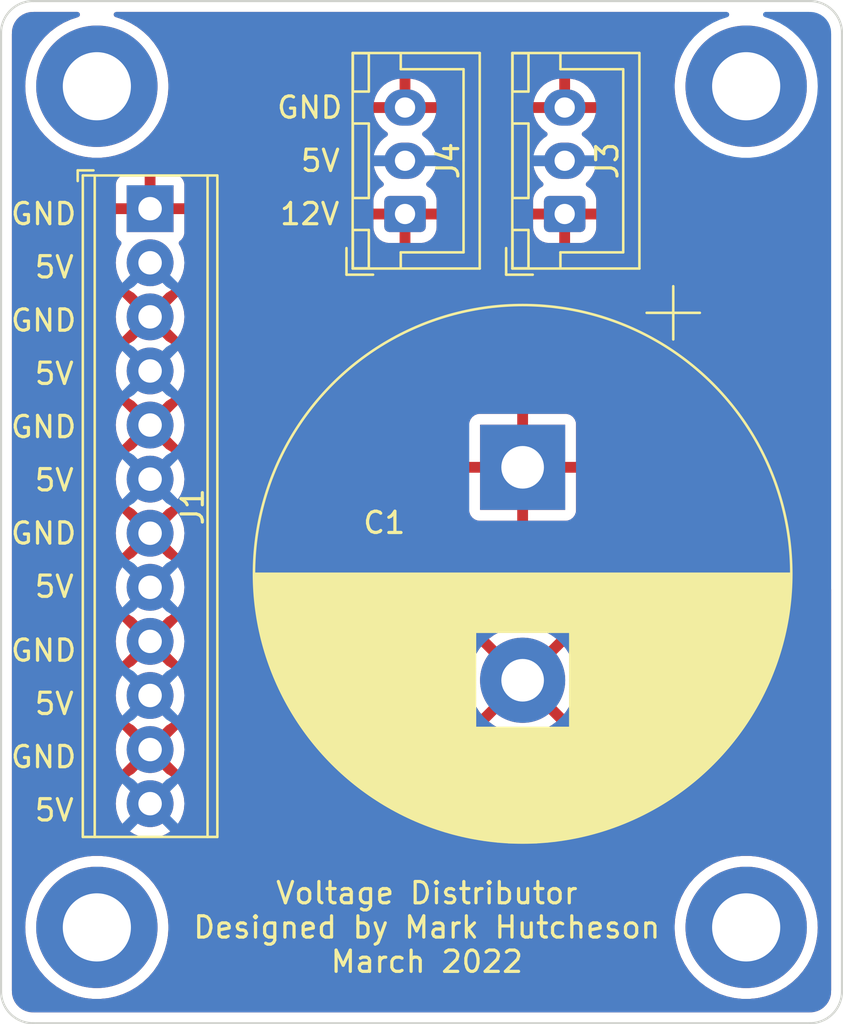
<source format=kicad_pcb>
(kicad_pcb (version 20211014) (generator pcbnew)
  (layers (0 "F.Cu" signal) (31 "B.Cu" signal) (34 "B.Paste" user) (35 "F.Paste" user) (36 "B.SilkS" user "B.Silkscreen") (37 "F.SilkS" user "F.Silkscreen") (38 "B.Mask" user) (39 "F.Mask" user) (44 "Edge.Cuts" user))
  (net 0 "")
  (net 1 "/12V")
  (net 2 "/GND")
  (net 3 "/5V")
  (footprint "MountingHole:MountingHole_3.2mm_M3_ISO7380_Pad" (layer "F.Cu") (at 150 131)
    (fp_text reference "REF**" hide)
    (fp_text value "MountingHole_3.2mm_M3_ISO7380_Pad" hide)
    (pad "1" thru_hole circle locked (at 0 0) (size 5.7 5.7) (drill 3.2) (layers *.Cu *.Mask))
  )
  (footprint "MountingHole:MountingHole_3.2mm_M3_ISO7380_Pad" (layer "F.Cu") (at 119.5 131)
    (fp_text reference "REF**" hide)
    (fp_text value "MountingHole_3.2mm_M3_ISO7380_Pad" hide)
    (pad "1" thru_hole circle locked (at 0 0) (size 5.7 5.7) (drill 3.2) (layers *.Cu *.Mask))
  )
  (footprint "MountingHole:MountingHole_3.2mm_M3_ISO7380_Pad" (layer "F.Cu") (at 150 91.5)
    (fp_text reference "REF**" hide)
    (fp_text value "MountingHole_3.2mm_M3_ISO7380_Pad" hide)
    (pad "1" thru_hole circle locked (at 0 0) (size 5.7 5.7) (drill 3.2) (layers *.Cu *.Mask))
  )
  (footprint "TerminalBlock_Phoenix:TerminalBlock_Phoenix_MPT-0,5-12-2.54_1x12_P2.54mm_Horizontal" (layer "F.Cu") (at 122 97.25 -90)
    (fp_text reference "J1" (at 14 -2 90) (layer "F.SilkS"))
    (fp_text value "Conn_01x12")
    (fp_line (start -1.8 3.4) (end -1.3 3.4) (layer "F.SilkS") (width 0.12))
    (fp_line (start -1.56 -2.7) (end 29.501 -2.7) (layer "F.SilkS") (width 0.12))
    (fp_line (start -1.56 -3.16) (end 29.501 -3.16) (layer "F.SilkS") (width 0.12))
    (fp_line (start -1.56 -3.16) (end -1.56 3.16) (layer "F.SilkS") (width 0.12))
    (fp_line (start 29.501 -3.16) (end 29.501 3.16) (layer "F.SilkS") (width 0.12))
    (fp_line (start -1.56 2.6) (end 29.501 2.6) (layer "F.SilkS") (width 0.12))
    (fp_line (start -1.56 3.16) (end 29.501 3.16) (layer "F.SilkS") (width 0.12))
    (fp_line (start -1.8 2.66) (end -1.8 3.4) (layer "F.SilkS") (width 0.12))
    (pad "1" thru_hole rect locked (at 0 0 270) (size 2.2 2.2) (drill 1.1) (layers *.Cu *.Mask) (net 2 "/GND"))
    (pad "2" thru_hole circle locked (at 2.54 0 270) (size 2.2 2.2) (drill 1.1) (layers *.Cu *.Mask) (net 3 "/5V"))
    (pad "3" thru_hole circle locked (at 5.08 0 270) (size 2.2 2.2) (drill 1.1) (layers *.Cu *.Mask) (net 2 "/GND"))
    (pad "4" thru_hole circle locked (at 7.62 0 270) (size 2.2 2.2) (drill 1.1) (layers *.Cu *.Mask) (net 3 "/5V"))
    (pad "5" thru_hole circle locked (at 10.16 0 270) (size 2.2 2.2) (drill 1.1) (layers *.Cu *.Mask) (net 2 "/GND"))
    (pad "6" thru_hole circle locked (at 12.7 0 270) (size 2.2 2.2) (drill 1.1) (layers *.Cu *.Mask) (net 3 "/5V"))
    (pad "7" thru_hole circle locked (at 15.24 0 270) (size 2.2 2.2) (drill 1.1) (layers *.Cu *.Mask) (net 2 "/GND"))
    (pad "8" thru_hole circle locked (at 17.78 0 270) (size 2.2 2.2) (drill 1.1) (layers *.Cu *.Mask) (net 3 "/5V"))
    (pad "9" thru_hole circle locked (at 20.32 0 270) (size 2.2 2.2) (drill 1.1) (layers *.Cu *.Mask) (net 2 "/GND"))
    (pad "10" thru_hole circle locked (at 22.86 0 270) (size 2.2 2.2) (drill 1.1) (layers *.Cu *.Mask) (net 3 "/5V"))
    (pad "11" thru_hole circle locked (at 25.4 0 270) (size 2.2 2.2) (drill 1.1) (layers *.Cu *.Mask) (net 2 "/GND"))
    (pad "12" thru_hole circle locked (at 27.94 0 270) (size 2.2 2.2) (drill 1.1) (layers *.Cu *.Mask) (net 3 "/5V"))
  )
  (footprint "Capacitor_THT:CP_Radial_D25.0mm_P10.00mm_SnapIn" (layer "F.Cu") (at 139.5 109.39463 -90)
    (fp_text reference "C1" (at 2.60537 6.5 180) (layer "F.SilkS"))
    (fp_text value "C")
    (fp_line (start 14.24 -8.556) (end 14.24 8.556) (layer "F.SilkS") (width 0.12))
    (fp_line (start 13.4 -9.379) (end 13.4 9.379) (layer "F.SilkS") (width 0.12))
    (fp_line (start 14.12 -8.683) (end 14.12 8.683) (layer "F.SilkS") (width 0.12))
    (fp_line (start 8.601 2.24) (end 8.601 12.056) (layer "F.SilkS") (width 0.12))
    (fp_line (start 7.801 -12.266) (end 7.801 -2.24) (layer "F.SilkS") (width 0.12))
    (fp_line (start 8.841 2.24) (end 8.841 11.982) (layer "F.SilkS") (width 0.12))
    (fp_line (start 8.641 2.24) (end 8.641 12.044) (layer "F.SilkS") (width 0.12))
    (fp_line (start 17.36 -2.509) (end 17.36 2.509) (layer "F.SilkS") (width 0.12))
    (fp_line (start 12.641 -10.005) (end 12.641 10.005) (layer "F.SilkS") (width 0.12))
    (fp_line (start 16.6 -4.931) (end 16.6 4.931) (layer "F.SilkS") (width 0.12))
    (fp_line (start 6.721 -12.463) (end 6.721 12.463) (layer "F.SilkS") (width 0.12))
    (fp_line (start 8.561 2.24) (end 8.561 12.068) (layer "F.SilkS") (width 0.12))
    (fp_line (start 13.28 -9.484) (end 13.28 9.484) (layer "F.SilkS") (width 0.12))
    (fp_line (start 8.761 -12.007) (end 8.761 -2.24) (layer "F.SilkS") (width 0.12))
    (fp_line (start 9.681 -11.681) (end 9.681 -2.24) (layer "F.SilkS") (width 0.12))
    (fp_line (start 6.801 -12.451) (end 6.801 12.451) (layer "F.SilkS") (width 0.12))
    (fp_line (start 11.041 2.24) (end 11.041 11.041) (layer "F.SilkS") (width 0.12))
    (fp_line (start 11.121 -10.997) (end 11.121 -2.24) (layer "F.SilkS") (width 0.12))
    (fp_line (start 9.721 -11.665) (end 9.721 -2.24) (layer "F.SilkS") (width 0.12))
    (fp_line (start 9.161 -11.875) (end 9.161 -2.24) (layer "F.SilkS") (width 0.12))
    (fp_line (start 5.52 -12.57) (end 5.52 12.57) (layer "F.SilkS") (width 0.12))
    (fp_line (start 10.041 2.24) (end 10.041 11.53) (layer "F.SilkS") (width 0.12))
    (fp_line (start 16.8 -4.435) (end 16.8 4.435) (layer "F.SilkS") (width 0.12))
    (fp_line (start 12.001 -10.461) (end 12.001 -2.24) (layer "F.SilkS") (width 0.12))
    (fp_line (start 13.6 -9.197) (end 13.6 9.197) (layer "F.SilkS") (width 0.12))
    (fp_line (start 12.121 -10.38) (end 12.121 -2.24) (layer "F.SilkS") (width 0.12))
    (fp_line (start 8.321 2.24) (end 8.321 12.136) (layer "F.SilkS") (width 0.12))
    (fp_line (start -7.254259 -8.325) (end -7.254259 -5.825) (layer "F.SilkS") (width 0.12))
    (fp_line (start 5.761 -12.558) (end 5.761 12.558) (layer "F.SilkS") (width 0.12))
    (fp_line (start 5.44 -12.573) (end 5.44 12.573) (layer "F.SilkS") (width 0.12))
    (fp_line (start 11.081 -11.019) (end 11.081 -2.24) (layer "F.SilkS") (width 0.12))
    (fp_line (start 8.281 2.24) (end 8.281 12.147) (layer "F.SilkS") (width 0.12))
    (fp_line (start 11.201 -10.953) (end 11.201 -2.24) (layer "F.SilkS") (width 0.12))
    (fp_line (start 7.201 -12.387) (end 7.201 12.387) (layer "F.SilkS") (width 0.12))
    (fp_line (start 17.08 -3.613) (end 17.08 3.613) (layer "F.SilkS") (width 0.12))
    (fp_line (start 6.921 -12.434) (end 6.921 12.434) (layer "F.SilkS") (width 0.12))
    (fp_line (start 6.601 -12.479) (end 6.601 12.479) (layer "F.SilkS") (width 0.12))
    (fp_line (start 16.76 -4.539) (end 16.76 4.539) (layer "F.SilkS") (width 0.12))
    (fp_line (start 14 -8.807) (end 14 8.807) (layer "F.SilkS") (width 0.12))
    (fp_line (start 10.921 -11.106) (end 10.921 -2.24) (layer "F.SilkS") (width 0.12))
    (fp_line (start 9.321 -11.818) (end 9.321 -2.24) (layer "F.SilkS") (width 0.12))
    (fp_line (start 8.641 -12.044) (end 8.641 -2.24) (layer "F.SilkS") (width 0.12))
    (fp_line (start 10.481 2.24) (end 10.481 11.329) (layer "F.SilkS") (width 0.12))
    (fp_line (start 9.481 -11.759) (end 9.481 -2.24) (layer "F.SilkS") (width 0.12))
    (fp_line (start 11.561 2.24) (end 11.561 10.742) (layer "F.SilkS") (width 0.12))
    (fp_line (start 6.321 -12.511) (end 6.321 12.511) (layer "F.SilkS") (width 0.12))
    (fp_line (start 5.28 -12.577) (end 5.28 12.577) (layer "F.SilkS") (width 0.12))
    (fp_line (start 11.441 -10.814) (end 11.441 -2.24) (layer "F.SilkS") (width 0.12))
    (fp_line (start 16.12 -5.928) (end 16.12 5.928) (layer "F.SilkS") (width 0.12))
    (fp_line (start 14.6 -8.152) (end 14.6 8.152) (layer "F.SilkS") (width 0.12))
    (fp_line (start 13.161 -9.587) (end 13.161 9.587) (layer "F.SilkS") (width 0.12))
    (fp_line (start 6.961 -12.427) (end 6.961 12.427) (layer "F.SilkS") (width 0.12))
    (fp_line (start 16.36 -5.457) (end 16.36 5.457) (layer "F.SilkS") (width 0.12))
    (fp_line (start 9.961 2.24) (end 9.961 11.565) (layer "F.SilkS") (width 0.12))
    (fp_line (start 12.321 -10.241) (end 12.321 10.241) (layer "F.SilkS") (width 0.12))
    (fp_line (start 11.001 2.24) (end 11.001 11.063) (layer "F.SilkS") (width 0.12))
    (fp_line (start 10.601 -11.27) (end 10.601 -2.24) (layer "F.SilkS") (width 0.12))
    (fp_line (start 9.041 2.24) (end 9.041 11.916) (layer "F.SilkS") (width 0.12))
    (fp_line (start 9.401 2.24) (end 9.401 11.789) (layer "F.SilkS") (width 0.12))
    (fp_line (start 10.881 -11.127) (end 10.881 -2.24) (layer "F.SilkS") (width 0.12))
    (fp_line (start 5.16 -12.579) (end 5.16 12.579) (layer "F.SilkS") (width 0.12))
    (fp_line (start 5.721 -12.56) (end 5.721 12.56) (layer "F.SilkS") (width 0.12))
    (fp_line (start 11.761 -10.617) (end 11.761 -2.24) (layer "F.SilkS") (width 0.12))
    (fp_line (start 15.76 -6.555) (end 15.76 6.555) (layer "F.SilkS") (width 0.12))
    (fp_line (start 10.081 2.24) (end 10.081 11.513) (layer "F.SilkS") (width 0.12))
    (fp_line (start 10.681 2.24) (end 10.681 11.23) (layer "F.SilkS") (width 0.12))
    (fp_line (start 13.96 -8.848) (end 13.96 8.848) (layer "F.SilkS") (width 0.12))
    (fp_line (start 8.041 2.24) (end 8.041 12.209) (layer "F.SilkS") (width 0.12))
    (fp_line (start 8.081 2.24) (end 8.081 12.199) (layer "F.SilkS") (width 0.12))
    (fp_line (start 8.161 -12.178) (end 8.161 -2.24) (layer "F.SilkS") (width 0.12))
    (fp_line (start 11.601 -10.717) (end 11.601 -2.24) (layer "F.SilkS") (width 0.12))
    (fp_line (start 17.4 -2.307) (end 17.4 2.307) (layer "F.SilkS") (width 0.12))
    (fp_line (start 7.321 -12.365) (end 7.321 12.365) (layer "F.SilkS") (width 0.12))
    (fp_line (start 7.001 -12.421) (end 7.001 12.421) (layer "F.SilkS") (width 0.12))
    (fp_line (start 10.561 2.24) (end 10.561 11.29) (layer "F.SilkS") (width 0.12))
    (fp_line (start 11.881 -10.54) (end 11.881 -2.24) (layer "F.SilkS") (width 0.12))
    (fp_line (start 17 -3.867) (end 17 3.867) (layer "F.SilkS") (width 0.12))
    (fp_line (start 9.281 2.24) (end 9.281 11.833) (layer "F.SilkS") (width 0.12))
    (fp_line (start 11.921 2.24) (end 11.921 10.514) (layer "F.SilkS") (width 0.12))
    (fp_line (start 10.681 -11.23) (end 10.681 -2.24) (layer "F.SilkS") (width 0.12))
    (fp_line (start 10.881 2.24) (end 10.881 11.127) (layer "F.SilkS") (width 0.12))
    (fp_line (start 15.68 -6.684) (end 15.68 6.684) (layer "F.SilkS") (width 0.12))
    (fp_line (start 10.521 2.24) (end 10.521 11.309) (layer "F.SilkS") (width 0.12))
    (fp_line (start 8.681 2.24) (end 8.681 12.032) (layer "F.SilkS") (width 0.12))
    (fp_line (start 9.441 -11.774) (end 9.441 -2.24) (layer "F.SilkS") (width 0.12))
    (fp_line (start 16.68 -4.74) (end 16.68 4.74) (layer "F.SilkS") (width 0.12))
    (fp_line (start 5.12 -12.58) (end 5.12 12.58) (layer "F.SilkS") (width 0.12))
    (fp_line (start 12.761 -9.913) (end 12.761 9.913) (layer "F.SilkS") (width 0.12))
    (fp_line (start 14.44 -8.336) (end 14.44 8.336) (layer "F.SilkS") (width 0.12))
    (fp_line (start 9.081 -11.903) (end 9.081 -2.24) (layer "F.SilkS") (width 0.12))
    (fp_line (start 16.72 -4.641) (end 16.72 4.641) (layer "F.SilkS") (width 0.12))
    (fp_line (start 9.201 2.24) (end 9.201 11.861) (layer "F.SilkS") (width 0.12))
    (fp_line (start 10.961 2.24) (end 10.961 11.084) (layer "F.SilkS") (width 0.12))
    (fp_line (start 10.361 2.24) (end 10.361 11.386) (layer "F.SilkS") (width 0.12))
    (fp_line (start 10.561 -11.29) (end 10.561 -2.24) (layer "F.SilkS") (width 0.12))
    (fp_line (start 10.281 -11.423) (end 10.281 -2.24) (layer "F.SilkS") (width 0.12))
    (fp_line (start 17.52 -1.546) (end 17.52 1.546) (layer "F.SilkS") (width 0.12))
    (fp_line (start 13.76 -9.045) (end 13.76 9.045) (layer "F.SilkS") (width 0.12))
    (fp_line (start 8.521 -12.08) (end 8.521 -2.24) (layer "F.SilkS") (width 0.12))
    (fp_line (start 15.4 -7.109) (end 15.4 7.109) (layer "F.SilkS") (width 0.12))
    (fp_line (start 11.641 2.24) (end 11.641 10.692) (layer "F.SilkS") (width 0.12))
    (fp_line (start 10.321 2.24) (end 10.321 11.404) (layer "F.SilkS") (width 0.12))
    (fp_line (start 8.241 2.24) (end 8.241 12.157) (layer "F.SilkS") (width 0.12))
    (fp_line (start 9.441 2.24) (end 9.441 11.774) (layer "F.SilkS") (width 0.12))
    (fp_line (start 9.921 -11.582) (end 9.921 -2.24) (layer "F.SilkS") (width 0.12))
    (fp_line (start 6.241 -12.519) (end 6.241 12.519) (layer "F.SilkS") (width 0.12))
    (fp_line (start 15.16 -7.446) (end 15.16 7.446) (layer "F.SilkS") (width 0.12))
    (fp_line (start 10.761 -11.189) (end 10.761 -2.24) (layer "F.SilkS") (width 0.12))
    (fp_line (start 9.041 -11.916) (end 9.041 -2.24) (layer "F.SilkS") (width 0.12))
    (fp_line (start 5.841 -12.553) (end 5.841 12.553) (layer "F.SilkS") (width 0.12))
    (fp_line (start 14.64 -8.105) (end 14.64 8.105) (layer "F.SilkS") (width 0.12))
    (fp_line (start 9.121 2.24) (end 9.121 11.889) (layer "F.SilkS") (width 0.12))
    (fp_line (start 10.401 -11.367) (end 10.401 -2.24) (layer "F.SilkS") (width 0.12))
    (fp_line (start 17.32 -2.696) (end 17.32 2.696) (layer "F.SilkS") (width 0.12))
    (fp_line (start 10.241 2.24) (end 10.241 11.441) (layer "F.SilkS") (width 0.12))
    (fp_line (start 9.641 2.24) (end 9.641 11.697) (layer "F.SilkS") (width 0.12))
    (fp_line (start 10.641 -11.25) (end 10.641 -2.24) (layer "F.SilkS") (width 0.12))
    (fp_line (start 13.2 -9.553) (end 13.2 9.553) (layer "F.SilkS") (width 0.12))
    (fp_line (start 12.081 2.24) (end 12.081 10.407) (layer "F.SilkS") (width 0.12))
    (fp_line (start 11.081 2.24) (end 11.081 11.019) (layer "F.SilkS") (width 0.12))
    (fp_line (start 7.481 -12.334) (end 7.481 12.334) (layer "F.SilkS") (width 0.12))
    (fp_line (start 16.48 -5.202) (end 16.48 5.202) (layer "F.SilkS") (width 0.12))
    (fp_line (start 10.121 -11.495) (end 10.121 -2.24) (layer "F.SilkS") (width 0.12))
    (fp_line (start 5.24 -12.578) (end 5.24 12.578) (layer "F.SilkS") (width 0.12))
    (fp_line (start 9.761 2.24) (end 9.761 11.648) (layer "F.SilkS") (width 0.12))
    (fp_line (start 7.881 -12.247) (end 7.881 -2.24) (layer "F.SilkS") (width 0.12))
    (fp_line (start 8.881 -11.969) (end 8.881 -2.24) (layer "F.SilkS") (width 0.12))
    (fp_line (start 13.92 -8.888) (end 13.92 8.888) (layer "F.SilkS") (width 0.12))
    (fp_line (start 12.561 -10.065) (end 12.561 10.065) (layer "F.SilkS") (width 0.12))
    (fp_line (start 8.521 2.24) (end 8.521 12.08) (layer "F.SilkS") (width 0.12))
    (fp_line (start 14.36 -8.425) (end 14.36 8.425) (layer "F.SilkS") (width 0.12))
    (fp_line (start 8.481 2.24) (end 8.481 12.091) (layer "F.SilkS") (width 0.12))
    (fp_line (start 16.56 -5.023) (end 16.56 5.023) (layer "F.SilkS") (width 0.12))
    (fp_line (start 5 -12.581) (end 5 12.581) (layer "F.SilkS") (width 0.12))
    (fp_line (start 13.041 -9.688) (end 13.041 9.688) (layer "F.SilkS") (width 0.12))
    (fp_line (start 13.44 -9.343) (end 13.44 9.343) (layer "F.SilkS") (width 0.12))
    (fp_line (start 11.601 2.24) (end 11.601 10.717) (layer "F.SilkS") (width 0.12))
    (fp_line (start 5.64 -12.564) (end 5.64 12.564) (layer "F.SilkS") (width 0.12))
    (fp_line (start 10.761 2.24) (end 10.761 11.189) (layer "F.SilkS") (width 0.12))
    (fp_line (start 12.721 -9.944) (end 12.721 9.944) (layer "F.SilkS") (width 0.12))
    (fp_line (start 8.841 -11.982) (end 8.841 -2.24) (layer "F.SilkS") (width 0.12))
    (fp_line (start 12.961 -9.753) (end 12.961 9.753) (layer "F.SilkS") (width 0.12))
    (fp_line (start 9.241 -11.847) (end 9.241 -2.24) (layer "F.SilkS") (width 0.12))
    (fp_line (start 9.761 -11.648) (end 9.761 -2.24) (layer "F.SilkS") (width 0.12))
    (fp_line (start 8.721 -12.02) (end 8.721 -2.24) (layer "F.SilkS") (width 0.12))
    (fp_line (start 5.68 -12.562) (end 5.68 12.562) (layer "F.SilkS") (width 0.12))
    (fp_line (start 15.04 -7.607) (end 15.04 7.607) (layer "F.SilkS") (width 0.12))
    (fp_line (start 15.32 -7.224) (end 15.32 7.224) (layer "F.SilkS") (width 0.12))
    (fp_line (start 12.161 -10.353) (end 12.161 -2.24) (layer "F.SilkS") (width 0.12))
    (fp_line (start 9.961 -11.565) (end 9.961 -2.24) (layer "F.SilkS") (width 0.12))
    (fp_line (start 13.68 -9.121) (end 13.68 9.121) (layer "F.SilkS") (width 0.12))
    (fp_line (start 5.04 -12.58) (end 5.04 12.58) (layer "F.SilkS") (width 0.12))
    (fp_line (start 16.24 -5.699) (end 16.24 5.699) (layer "F.SilkS") (width 0.12))
    (fp_line (start 14.84 -7.862) (end 14.84 7.862) (layer "F.SilkS") (width 0.12))
    (fp_line (start 9.521 -11.743) (end 9.521 -2.24) (layer "F.SilkS") (width 0.12))
    (fp_line (start 17.24 -3.034) (end 17.24 3.034) (layer "F.SilkS") (width 0.12))
    (fp_line (start 11.801 2.24) (end 11.801 10.592) (layer "F.SilkS") (width 0.12))
    (fp_line (start 10.321 -11.404) (end 10.321 -2.24) (layer "F.SilkS") (width 0.12))
    (fp_line (start 7.121 -12.401) (end 7.121 12.401) (layer "F.SilkS") (width 0.12))
    (fp_line (start 16.16 -5.853) (end 16.16 5.853) (layer "F.SilkS") (width 0.12))
    (fp_line (start 14.72 -8.009) (end 14.72 8.009) (layer "F.SilkS") (width 0.12))
    (fp_line (start 7.961 -12.228) (end 7.961 -2.24) (layer "F.SilkS") (width 0.12))
    (fp_line (start 8.601 -12.056) (end 8.601 -2.24) (layer "F.SilkS") (width 0.12))
    (fp_line (start 11.841 -10.566) (end 11.841 -2.24) (layer "F.SilkS") (width 0.12))
    (fp_line (start 7.841 2.24) (end 7.841 12.257) (layer "F.SilkS") (width 0.12))
    (fp_line (start 7.241 -12.38) (end 7.241 12.38) (layer "F.SilkS") (width 0.12))
    (fp_line (start 10.201 2.24) (end 10.201 11.459) (layer "F.SilkS") (width 0.12))
    (fp_line (start 14.52 -8.245) (end 14.52 8.245) (layer "F.SilkS") (width 0.12))
    (fp_line (start 9.401 -11.789) (end 9.401 -2.24) (layer "F.SilkS") (width 0.12))
    (fp_line (start 8.681 -12.032) (end 8.681 -2.24) (layer "F.SilkS") (width 0.12))
    (fp_line (start 6.681 -12.468) (end 6.681 12.468) (layer "F.SilkS") (width 0.12))
    (fp_line (start 8.481 -12.091) (end 8.481 -2.24) (layer "F.SilkS") (width 0.12))
    (fp_line (start 11.481 -10.79) (end 11.481 -2.24) (layer "F.SilkS") (width 0.12))
    (fp_line (start 11.641 -10.692) (end 11.641 -2.24) (layer "F.SilkS") (width 0.12))
    (fp_line (start 6.841 -12.446) (end 6.841 12.446) (layer "F.SilkS") (width 0.12))
    (fp_line (start 9.561 2.24) (end 9.561 11.728) (layer "F.SilkS") (width 0.12))
    (fp_line (start 5.48 -12.571) (end 5.48 12.571) (layer "F.SilkS") (width 0.12))
    (fp_line (start 14.96 -7.711) (end 14.96 7.711) (layer "F.SilkS") (width 0.12))
    (fp_line (start 8.041 -12.209) (end 8.041 -2.24) (layer "F.SilkS") (width 0.12))
    (fp_line (start 16.4 -5.374) (end 16.4 5.374) (layer "F.SilkS") (width 0.12))
    (fp_line (start 12.241 -10.297) (end 12.241 10.297) (layer "F.SilkS") (width 0.12))
    (fp_line (start 7.681 -12.293) (end 7.681 12.293) (layer "F.SilkS") (width 0.12))
    (fp_line (start 15.64 -6.747) (end 15.64 6.747) (layer "F.SilkS") (width 0.12))
    (fp_line (start 8.081 -12.199) (end 8.081 -2.24) (layer "F.SilkS") (width 0.12))
    (fp_line (start 9.641 -11.697) (end 9.641 -2.24) (layer "F.SilkS") (width 0.12))
    (fp_line (start 8.401 2.24) (end 8.401 12.114) (layer "F.SilkS") (width 0.12))
    (fp_line (start 9.001 2.24) (end 9.001 11.93) (layer "F.SilkS") (width 0.12))
    (fp_line (start 8.441 -12.103) (end 8.441 -2.24) (layer "F.SilkS") (width 0.12))
    (fp_line (start 16.92 -4.105) (end 16.92 4.105) (layer "F.SilkS") (width 0.12))
    (fp_line (start 7.441 -12.342) (end 7.441 12.342) (layer "F.SilkS") (width 0.12))
    (fp_line (start 11.281 2.24) (end 11.281 10.907) (layer "F.SilkS") (width 0.12))
    (fp_line (start 9.201 -11.861) (end 9.201 -2.24) (layer "F.SilkS") (width 0.12))
    (fp_line (start 5.2 -12.579) (end 5.2 12.579) (layer "F.SilkS") (width 0.12))
    (fp_line (start 16.44 -5.289) (end 16.44 5.289) (layer "F.SilkS") (width 0.12))
    (fp_line (start 13.36 -9.414) (end 13.36 9.414) (layer "F.SilkS") (width 0.12))
    (fp_line (start 11.961 -10.488) (end 11.961 -2.24) (layer "F.SilkS") (width 0.12))
    (fp_line (start 6.401 -12.503) (end 6.401 12.503) (layer "F.SilkS") (width 0.12))
    (fp_line (start 12.681 -9.975) (end 12.681 9.975) (layer "F.SilkS") (width 0.12))
    (fp_line (start 10.441 -11.348) (end 10.441 -2.24) (layer "F.SilkS") (width 0.12))
    (fp_line (start 7.161 -12.394) (end 7.161 12.394) (layer "F.SilkS") (width 0.12))
    (fp_line (start 15.56 -6.871) (end 15.56 6.871) (layer "F.SilkS") (width 0.12))
    (fp_line (start 15.6 -6.809) (end 15.6 6.809) (layer "F.SilkS") (width 0.12))
    (fp_line (start 17.56 -1.19) (end 17.56 1.19) (layer "F.SilkS") (width 0.12))
    (fp_line (start 8.881 2.24) (end 8.881 11.969) (layer "F.SilkS") (width 0.12))
    (fp_line (start 14.56 -8.199) (end 14.56 8.199) (layer "F.SilkS") (width 0.12))
    (fp_line (start 7.881 2.24) (end 7.881 12.247) (layer "F.SilkS") (width 0.12))
    (fp_line (start 5.801 -12.555) (end 5.801 12.555) (layer "F.SilkS") (width 0.12))
    (fp_line (start 5.961 -12.544) (end 5.961 12.544) (layer "F.SilkS") (width 0.12))
    (fp_line (start 10.201 -11.459) (end 10.201 -2.24) (layer "F.SilkS") (width 0.12))
    (fp_line (start 9.801 -11.632) (end 9.801 -2.24) (layer "F.SilkS") (width 0.12))
    (fp_line (start 10.721 2.24) (end 10.721 11.21) (layer "F.SilkS") (width 0.12))
    (fp_line (start 8.121 -12.189) (end 8.121 -2.24) (layer "F.SilkS") (width 0.12))
    (fp_line (start 10.841 2.24) (end 10.841 11.148) (layer "F.SilkS") (width 0.12))
    (fp_line (start 15.24 -7.337) (end 15.24 7.337) (layer "F.SilkS") (width 0.12))
    (fp_line (start 8.361 -12.125) (end 8.361 -2.24) (layer "F.SilkS") (width 0.12))
    (fp_line (start 15.92 -6.286) (end 15.92 6.286) (layer "F.SilkS") (width 0.12))
    (fp_line (start 17.6 -0.671) (end 17.6 0.671) (layer "F.SilkS") (width 0.12))
    (fp_line (start 13.88 -8.928) (end 13.88 8.928) (layer "F.SilkS") (width 0.12))
    (fp_line (start 9.161 2.24) (end 9.161 11.875) (layer "F.SilkS") (width 0.12))
    (fp_line (start 14.76 -7.961) (end 14.76 7.961) (layer "F.SilkS") (width 0.12))
    (fp_line (start 8.241 -12.157) (end 8.241 -2.24) (layer "F.SilkS") (width 0.12))
    (fp_line (start 11.961 2.24) (end 11.961 10.488) (layer "F.SilkS") (width 0.12))
    (fp_line (start 9.121 -11.889) (end 9.121 -2.24) (layer "F.SilkS") (width 0.12))
    (fp_line (start 6.161 -12.527) (end 6.161 12.527) (layer "F.SilkS") (width 0.12))
    (fp_line (start 5.32 -12.576) (end 5.32 12.576) (layer "F.SilkS") (width 0.12))
    (fp_line (start 9.601 -11.712) (end 9.601 -2.24) (layer "F.SilkS") (width 0.12))
    (fp_line (start 14.08 -8.725) (end 14.08 8.725) (layer "F.SilkS") (width 0.12))
    (fp_line (start 9.841 -11.615) (end 9.841 -2.24) (layer "F.SilkS") (width 0.12))
    (fp_line (start 8.961 2.24) (end 8.961 11.943) (layer "F.SilkS") (width 0.12))
    (fp_line (start 12.001 2.24) (end 12.001 10.461) (layer "F.SilkS") (width 0.12))
    (fp_line (start 8.441 2.24) (end 8.441 12.103) (layer "F.SilkS") (width 0.12))
    (fp_line (start 14.92 -7.762) (end 14.92 7.762) (layer "F.SilkS") (width 0.12))
    (fp_line (start 13.121 -9.621) (end 13.121 9.621) (layer "F.SilkS") (width 0.12))
    (fp_line (start 7.641 -12.301) (end 7.641 12.301) (layer "F.SilkS") (width 0.12))
    (fp_line (start 5.881 -12.55) (end 5.881 12.55) (layer "F.SilkS") (width 0.12))
    (fp_line (start 7.561 -12.318) (end 7.561 12.318) (layer "F.SilkS") (width 0.12))
    (fp_line (start 10.841 -11.148) (end 10.841 -2.24) (layer "F.SilkS") (width 0.12))
    (fp_line (start 8.801 2.24) (end 8.801 11.995) (layer "F.SilkS") (width 0.12))
    (fp_line (start 10.121 2.24) (end 10.121 11.495) (layer "F.SilkS") (width 0.12))
    (fp_line (start 8.281 -12.147) (end 8.281 -2.24) (layer "F.SilkS") (width 0.12))
    (fp_line (start 11.121 2.24) (end 11.121 10.997) (layer "F.SilkS") (width 0.12))
    (fp_line (start 12.921 -9.786) (end 12.921 9.786) (layer "F.SilkS") (width 0.12))
    (fp_line (start 5.4 -12.574) (end 5.4 12.574) (layer "F.SilkS") (width 0.12))
    (fp_line (start 11.361 2.24) (end 11.361 10.861) (layer "F.SilkS") (width 0.12))
    (fp_line (start 11.201 2.24) (end 11.201 10.953) (layer "F.SilkS") (width 0.12))
    (fp_line (start 12.161 2.24) (end 12.161 10.353) (layer "F.SilkS") (width 0.12))
    (fp_line (start 17.12 -3.478) (end 17.12 3.478) (layer "F.SilkS") (width 0.12))
    (fp_line (start 12.801 -9.881) (end 12.801 9.881) (layer "F.SilkS") (width 0.12))
    (fp_line (start 11.321 -10.884) (end 11.321 -2.24) (layer "F.SilkS") (width 0.12))
    (fp_line (start 6.481 -12.493) (end 6.481 12.493) (layer "F.SilkS") (width 0.12))
    (fp_line (start 12.041 -10.434) (end 12.041 -2.24) (layer "F.SilkS") (width 0.12))
    (fp_line (start 11.761 2.24) (end 11.761 10.617) (layer "F.SilkS") (width 0.12))
    (fp_line (start 7.841 -12.257) (end 7.841 -2.24) (layer "F.SilkS") (width 0.12))
    (fp_line (start 7.921 -12.238) (end 7.921 -2.24) (layer "F.SilkS") (width 0.12))
    (fp_line (start 6.281 -12.515) (end 6.281 12.515) (layer "F.SilkS") (width 0.12))
    (fp_line (start 17.16 -3.337) (end 17.16 3.337) (layer "F.SilkS") (width 0.12))
    (fp_line (start 10.241 -11.441) (end 10.241 -2.24) (layer "F.SilkS") (width 0.12))
    (fp_line (start 5.08 -12.58) (end 5.08 12.58) (layer "F.SilkS") (width 0.12))
    (fp_line (start 6.001 -12.541) (end 6.001 12.541) (layer "F.SilkS") (width 0.12))
    (fp_line (start 11.521 2.24) (end 11.521 10.766) (layer "F.SilkS") (width 0.12))
    (fp_line (start 11.561 -10.742) (end 11.561 -2.24) (layer "F.SilkS") (width 0.12))
    (fp_line (start 8.761 2.24) (end 8.761 12.007) (layer "F.SilkS") (width 0.12))
    (fp_line (start 13.32 -9.45) (end 13.32 9.45) (layer "F.SilkS") (width 0.12))
    (fp_line (start 12.401 -10.183) (end 12.401 10.183) (layer "F.SilkS") (width 0.12))
    (fp_line (start 13.001 -9.721) (end 13.001 9.721) (layer "F.SilkS") (width 0.12))
    (fp_line (start 11.401 -10.837) (end 11.401 -2.24) (layer "F.SilkS") (width 0.12))
    (fp_line (start 6.201 -12.523) (end 6.201 12.523) (layer "F.SilkS") (width 0.12))
    (fp_line (start 9.841 2.24) (end 9.841 11.615) (layer "F.SilkS") (width 0.12))
    (fp_line (start 16.32 -5.539) (end 16.32 5.539) (layer "F.SilkS") (width 0.12))
    (fp_line (start 8.961 -11.943) (end 8.961 -2.24) (layer "F.SilkS") (width 0.12))
    (fp_line (start 13.24 -9.519) (end 13.24 9.519) (layer "F.SilkS") (width 0.12))
    (fp_line (start 12.441 -10.154) (end 12.441 10.154) (layer "F.SilkS") (width 0.12))
    (fp_line (start 11.161 -10.975) (end 11.161 -2.24) (layer "F.SilkS") (width 0.12))
    (fp_line (start 9.921 2.24) (end 9.921 11.582) (layer "F.SilkS") (width 0.12))
    (fp_line (start 7.961 2.24) (end 7.961 12.228) (layer "F.SilkS") (width 0.12))
    (fp_line (start 15.36 -7.167) (end 15.36 7.167) (layer "F.SilkS") (width 0.12))
    (fp_line (start 6.561 -12.484) (end 6.561 12.484) (layer "F.SilkS") (width 0.12))
    (fp_line (start 8.361 2.24) (end 8.361 12.125) (layer "F.SilkS") (width 0.12))
    (fp_line (start 12.521 -10.095) (end 12.521 10.095) (layer "F.SilkS") (width 0.12))
    (fp_line (start 9.561 -11.728) (end 9.561 -2.24) (layer "F.SilkS") (width 0.12))
    (fp_line (start 9.721 2.24) (end 9.721 11.665) (layer "F.SilkS") (width 0.12))
    (fp_line (start 8.401 -12.114) (end 8.401 -2.24) (layer "F.SilkS") (width 0.12))
    (fp_line (start 16.96 -3.988) (end 16.96 3.988) (layer "F.SilkS") (width 0.12))
    (fp_line (start 10.041 -11.53) (end 10.041 -2.24) (layer "F.SilkS") (width 0.12))
    (fp_line (start 15.08 -7.554) (end 15.08 7.554) (layer "F.SilkS") (width 0.12))
    (fp_line (start 9.241 2.24) (end 9.241 11.847) (layer "F.SilkS") (width 0.12))
    (fp_line (start 6.441 -12.498) (end 6.441 12.498) (layer "F.SilkS") (width 0.12))
    (fp_line (start 8.121 2.24) (end 8.121 12.189) (layer "F.SilkS") (width 0.12))
    (fp_line (start 16.84 -4.328) (end 16.84 4.328) (layer "F.SilkS") (width 0.12))
    (fp_line (start 9.801 2.24) (end 9.801 11.632) (layer "F.SilkS") (width 0.12))
    (fp_line (start 11.001 -11.063) (end 11.001 -2.24) (layer "F.SilkS") (width 0.12))
    (fp_line (start 12.281 -10.269) (end 12.281 10.269) (layer "F.SilkS") (width 0.12))
    (fp_line (start 15.88 -6.355) (end 15.88 6.355) (layer "F.SilkS") (width 0.12))
    (fp_line (start 7.921 2.24) (end 7.921 12.238) (layer "F.SilkS") (width 0.12))
    (fp_line (start 14.4 -8.381) (end 14.4 8.381) (layer "F.SilkS") (width 0.12))
    (fp_line (start 5.36 -12.575) (end 5.36 12.575) (layer "F.SilkS") (width 0.12))
    (fp_line (start 10.441 2.24) (end 10.441 11.348) (layer "F.SilkS") (width 0.12))
    (fp_line (start 15.48 -6.991) (end 15.48 6.991) (layer "F.SilkS") (width 0.12))
    (fp_line (start 10.961 -11.084) (end 10.961 -2.24) (layer "F.SilkS") (width 0.12))
    (fp_line (start 12.841 -9.85) (end 12.841 9.85) (layer "F.SilkS") (width 0.12))
    (fp_line (start 15.8 -6.489) (end 15.8 6.489) (layer "F.SilkS") (width 0.12))
    (fp_line (start 9.281 -11.833) (end 9.281 -2.24) (layer "F.SilkS") (width 0.12))
    (fp_line (start 9.081 2.24) (end 9.081 11.903) (layer "F.SilkS") (width 0.12))
    (fp_line (start 11.721 2.24) (end 11.721 10.643) (layer "F.SilkS") (width 0.12))
    (fp_line (start 6.081 -12.534) (end 6.081 12.534) (layer "F.SilkS") (width 0.12))
    (fp_line (start 6.881 -12.44) (end 6.881 12.44) (layer "F.SilkS") (width 0.12))
    (fp_line (start 14.48 -8.291) (end 14.48 8.291) (layer "F.SilkS") (width 0.12))
    (fp_line (start 11.241 2.24) (end 11.241 10.93) (layer "F.SilkS") (width 0.12))
    (fp_line (start 10.161 2.24) (end 10.161 11.477) (layer "F.SilkS") (width 0.12))
    (fp_line (start 13.52 -9.27) (end 13.52 9.27) (layer "F.SilkS") (width 0.12))
    (fp_line (start 7.361 -12.358) (end 7.361 12.358) (layer "F.SilkS") (width 0.12))
    (fp_line (start 11.921 -10.514) (end 11.921 -2.24) (layer "F.SilkS") (width 0.12))
    (fp_line (start 16.04 -6.075) (end 16.04 6.075) (layer "F.SilkS") (width 0.12))
    (fp_line (start 8.161 2.24) (end 8.161 12.178) (layer "F.SilkS") (width 0.12))
    (fp_line (start 10.921 2.24) (end 10.921 11.106) (layer "F.SilkS") (width 0.12))
    (fp_line (start 14.16 -8.641) (end 14.16 8.641) (layer "F.SilkS") (width 0.12))
    (fp_line (start 10.801 -11.169) (end 10.801 -2.24) (layer "F.SilkS") (width 0.12))
    (fp_line (start -8.504259 -7.075) (end -6.004259 -7.075) (layer "F.SilkS") (width 0.12))
    (fp_line (start 11.161 2.24) (end 11.161 10.975) (layer "F.SilkS") (width 0.12))
    (fp_line (start 9.361 -11.803) (end 9.361 -2.24) (layer "F.SilkS") (width 0.12))
    (fp_line (start 16.64 -4.836) (end 16.64 4.836) (layer "F.SilkS") (width 0.12))
    (fp_line (start 17.44 -2.084) (end 17.44 2.084) (layer "F.SilkS") (width 0.12))
    (fp_line (start 15.52 -6.931) (end 15.52 6.931) (layer "F.SilkS") (width 0.12))
    (fp_line (start 7.401 -12.35) (end 7.401 12.35) (layer "F.SilkS") (width 0.12))
    (fp_line (start 13.72 -9.083) (end 13.72 9.083) (layer "F.SilkS") (width 0.12))
    (fp_line (start 9.361 2.24) (end 9.361 11.803) (layer "F.SilkS") (width 0.12))
    (fp_line (start 12.041 2.24) (end 12.041 10.434) (layer "F.SilkS") (width 0.12))
    (fp_line (start 7.761 2.24) (end 7.761 12.275) (layer "F.SilkS") (width 0.12))
    (fp_line (start 12.881 -9.818) (end 12.881 9.818) (layer "F.SilkS") (width 0.12))
    (fp_line (start 7.081 -12.408) (end 7.081 12.408) (layer "F.SilkS") (width 0.12))
    (fp_line (start 14.8 -7.912) (end 14.8 7.912) (layer "F.SilkS") (width 0.12))
    (fp_line (start 10.601 2.24) (end 10.601 11.27) (layer "F.SilkS") (width 0.12))
    (fp_line (start 15.84 -6.423) (end 15.84 6.423) (layer "F.SilkS") (width 0.12))
    (fp_line (start 12.481 -10.125) (end 12.481 10.125) (layer "F.SilkS") (width 0.12))
    (fp_line (start 15.2 -7.392) (end 15.2 7.392) (layer "F.SilkS") (width 0.12))
    (fp_line (start 17.2 -3.189) (end 17.2 3.189) (layer "F.SilkS") (width 0.12))
    (fp_line (start 11.041 -11.041) (end 11.041 -2.24) (layer "F.SilkS") (width 0.12))
    (fp_line (start 10.401 2.24) (end 10.401 11.367) (layer "F.SilkS") (width 0.12))
    (fp_line (start 13.84 -8.967) (end 13.84 8.967) (layer "F.SilkS") (width 0.12))
    (fp_line (start 15.44 -7.051) (end 15.44 7.051) (layer "F.SilkS") (width 0.12))
    (fp_line (start 7.041 -12.415) (end 7.041 12.415) (layer "F.SilkS") (width 0.12))
    (fp_line (start 10.801 2.24) (end 10.801 11.169) (layer "F.SilkS") (width 0.12))
    (fp_line (start 11.681 2.24) (end 11.681 10.668) (layer "F.SilkS") (width 0.12))
    (fp_line (start 11.481 2.24) (end 11.481 10.79) (layer "F.SilkS") (width 0.12))
    (fp_line (start 8.201 -12.168) (end 8.201 -2.24) (layer "F.SilkS") (width 0.12))
    (fp_line (start 16.28 -5.62) (end 16.28 5.62) (layer "F.SilkS") (width 0.12))
    (fp_line (start 10.481 -11.329) (end 10.481 -2.24) (layer "F.SilkS") (width 0.12))
    (fp_line (start 10.521 -11.309) (end 10.521 -2.24) (layer "F.SilkS") (width 0.12))
    (fp_line (start 15.96 -6.217) (end 15.96 6.217) (layer "F.SilkS") (width 0.12))
    (fp_line (start 16.08 -6.002) (end 16.08 6.002) (layer "F.SilkS") (width 0.12))
    (fp_line (start 14.32 -8.469) (end 14.32 8.469) (layer "F.SilkS") (width 0.12))
    (fp_line (start 10.081 -11.513) (end 10.081 -2.24) (layer "F.SilkS") (width 0.12))
    (fp_line (start 12.121 2.24) (end 12.121 10.38) (layer "F.SilkS") (width 0.12))
    (fp_line (start 9.681 2.24) (end 9.681 11.681) (layer "F.SilkS") (width 0.12))
    (fp_line (start 9.881 2.24) (end 9.881 11.599) (layer "F.SilkS") (width 0.12))
    (fp_line (start 12.201 -10.325) (end 12.201 -2.24) (layer "F.SilkS") (width 0.12))
    (fp_line (start 11.401 2.24) (end 11.401 10.837) (layer "F.SilkS") (width 0.12))
    (fp_line (start 5.56 -12.568) (end 5.56 12.568) (layer "F.SilkS") (width 0.12))
    (fp_line (start 6.041 -12.538) (end 6.041 12.538) (layer "F.SilkS") (width 0.12))
    (fp_line (start 5.921 -12.547) (end 5.921 12.547) (layer "F.SilkS") (width 0.12))
    (fp_line (start 12.081 -10.407) (end 12.081 -2.24) (layer "F.SilkS") (width 0.12))
    (fp_line (start 14.2 -8.599) (end 14.2 8.599) (layer "F.SilkS") (width 0.12))
    (fp_line (start 11.521 -10.766) (end 11.521 -2.24) (layer "F.SilkS") (width 0.12))
    (fp_line (start 7.801 2.24) (end 7.801 12.266) (layer "F.SilkS") (width 0.12))
    (fp_line (start 9.001 -11.93) (end 9.001 -2.24) (layer "F.SilkS") (width 0.12))
    (fp_line (start 11.721 -10.643) (end 11.721 -2.24) (layer "F.SilkS") (width 0.12))
    (fp_line (start 11.281 -10.907) (end 11.281 -2.24) (layer "F.SilkS") (width 0.12))
    (fp_line (start 5.6 -12.566) (end 5.6 12.566) (layer "F.SilkS") (width 0.12))
    (fp_line (start 11.241 -10.93) (end 11.241 -2.24) (layer "F.SilkS") (width 0.12))
    (fp_line (start 12.201 2.24) (end 12.201 10.325) (layer "F.SilkS") (width 0.12))
    (fp_line (start 7.281 -12.373) (end 7.281 12.373) (layer "F.SilkS") (width 0.12))
    (fp_line (start 9.321 2.24) (end 9.321 11.818) (layer "F.SilkS") (width 0.12))
    (fp_line (start 13.64 -9.159) (end 13.64 9.159) (layer "F.SilkS") (width 0.12))
    (fp_line (start 6.361 -12.507) (end 6.361 12.507) (layer "F.SilkS") (width 0.12))
    (fp_line (start 13.8 -9.006) (end 13.8 9.006) (layer "F.SilkS") (width 0.12))
    (fp_line (start 15 -7.659) (end 15 7.659) (layer "F.SilkS") (width 0.12))
    (fp_line (start 13.56 -9.234) (end 13.56 9.234) (layer "F.SilkS") (width 0.12))
    (fp_line (start 9.881 -11.599) (end 9.881 -2.24) (layer "F.SilkS") (width 0.12))
    (fp_line (start 15.28 -7.281) (end 15.28 7.281) (layer "F.SilkS") (width 0.12))
    (fp_line (start 10.281 2.24) (end 10.281 11.423) (layer "F.SilkS") (width 0.12))
    (fp_line (start 6.761 -12.457) (end 6.761 12.457) (layer "F.SilkS") (width 0.12))
    (fp_line (start 14.88 -7.812) (end 14.88 7.812) (layer "F.SilkS") (width 0.12))
    (fp_line (start 17.28 -2.87) (end 17.28 2.87) (layer "F.SilkS") (width 0.12))
    (fp_line (start 11.441 2.24) (end 11.441 10.814) (layer "F.SilkS") (width 0.12))
    (fp_line (start 8.801 -11.995) (end 8.801 -2.24) (layer "F.SilkS") (width 0.12))
    (fp_line (start 9.601 2.24) (end 9.601 11.712) (layer "F.SilkS") (width 0.12))
    (fp_line (start 11.681 -10.668) (end 11.681 -2.24) (layer "F.SilkS") (width 0.12))
    (fp_line (start 6.641 -12.473) (end 6.641 12.473) (layer "F.SilkS") (width 0.12))
    (fp_line (start 8.001 -12.219) (end 8.001 -2.24) (layer "F.SilkS") (width 0.12))
    (fp_line (start 16.88 -4.218) (end 16.88 4.218) (layer "F.SilkS") (width 0.12))
    (fp_line (start 10.361 -11.386) (end 10.361 -2.24) (layer "F.SilkS") (width 0.12))
    (fp_line (start 12.361 -10.212) (end 12.361 10.212) (layer "F.SilkS") (width 0.12))
    (fp_line (start 16.52 -5.114) (end 16.52 5.114) (layer "F.SilkS") (width 0.12))
    (fp_line (start 10.161 -11.477) (end 10.161 -2.24) (layer "F.SilkS") (width 0.12))
    (fp_line (start 13.081 -9.655) (end 13.081 9.655) (layer "F.SilkS") (width 0.12))
    (fp_line (start 8.921 2.24) (end 8.921 11.956) (layer "F.SilkS") (width 0.12))
    (fp_line (start 14.04 -8.766) (end 14.04 8.766) (layer "F.SilkS") (width 0.12))
    (fp_line (start 8.561 -12.068) (end 8.561 -2.24) (layer "F.SilkS") (width 0.12))
    (fp_line (start 8.921 -11.956) (end 8.921 -2.24) (layer "F.SilkS") (width 0.12))
    (fp_line (start 11.841 2.24) (end 11.841 10.566) (layer "F.SilkS") (width 0.12))
    (fp_line (start 15.72 -6.62) (end 15.72 6.62) (layer "F.SilkS") (width 0.12))
    (fp_line (start 6.521 -12.489) (end 6.521 12.489) (layer "F.SilkS") (width 0.12))
    (fp_line (start 7.721 -12.284) (end 7.721 12.284) (layer "F.SilkS") (width 0.12))
    (fp_line (start 10.641 2.24) (end 10.641 11.25) (layer "F.SilkS") (width 0.12))
    (fp_line (start 14.68 -8.058) (end 14.68 8.058) (layer "F.SilkS") (width 0.12))
    (fp_line (start 7.601 -12.31) (end 7.601 12.31) (layer "F.SilkS") (width 0.12))
    (fp_line (start 6.121 -12.531) (end 6.121 12.531) (layer "F.SilkS") (width 0.12))
    (fp_line (start 16.2 -5.776) (end 16.2 5.776) (layer "F.SilkS") (width 0.12))
    (fp_line (start 7.761 -12.275) (end 7.761 -2.24) (layer "F.SilkS") (width 0.12))
    (fp_line (start 16 -6.146) (end 16 6.146) (layer "F.SilkS") (width 0.12))
    (fp_line (start 9.521 2.24) (end 9.521 11.743) (layer "F.SilkS") (width 0.12))
    (fp_line (start 8.001 2.24) (end 8.001 12.219) (layer "F.SilkS") (width 0.12))
    (fp_line (start 9.481 2.24) (end 9.481 11.759) (layer "F.SilkS") (width 0.12))
    (fp_line (start 8.321 -12.136) (end 8.321 -2.24) (layer "F.SilkS") (width 0.12))
    (fp_line (start 13.48 -9.307) (end 13.48 9.307) (layer "F.SilkS") (width 0.12))
    (fp_line (start 11.361 -10.861) (end 11.361 -2.24) (layer "F.SilkS") (width 0.12))
    (fp_line (start 10.001 -11.548) (end 10.001 -2.24) (layer "F.SilkS") (width 0.12))
    (fp_line (start 11.321 2.24) (end 11.321 10.884) (layer "F.SilkS") (width 0.12))
    (fp_line (start 11.881 2.24) (end 11.881 10.54) (layer "F.SilkS") (width 0.12))
    (fp_line (start 8.201 2.24) (end 8.201 12.168) (layer "F.SilkS") (width 0.12))
    (fp_line (start 8.721 2.24) (end 8.721 12.02) (layer "F.SilkS") (width 0.12))
    (fp_line (start 10.721 -11.21) (end 10.721 -2.24) (layer "F.SilkS") (width 0.12))
    (fp_line (start 11.801 -10.592) (end 11.801 -2.24) (layer "F.SilkS") (width 0.12))
    (fp_line (start 12.601 -10.035) (end 12.601 10.035) (layer "F.SilkS") (width 0.12))
    (fp_line (start 14.28 -8.513) (end 14.28 8.513) (layer "F.SilkS") (width 0.12))
    (fp_line (start 10.001 2.24) (end 10.001 11.548) (layer "F.SilkS") (width 0.12))
    (fp_line (start 7.521 -12.326) (end 7.521 12.326) (layer "F.SilkS") (width 0.12))
    (fp_line (start 17.04 -3.742) (end 17.04 3.742) (layer "F.SilkS") (width 0.12))
    (fp_line (start 17.48 -1.835) (end 17.48 1.835) (layer "F.SilkS") (width 0.12))
    (fp_line (start 15.12 -7.5) (end 15.12 7.5) (layer "F.SilkS") (width 0.12))
    (fp_circle (center 5 0) (end 17.62 0) (layer "F.SilkS") (width 0.12) (fill none))
    (pad "1" thru_hole rect locked (at 0 0 270) (size 4 4) (drill 2) (layers *.Cu *.Mask) (net 1 "/12V"))
    (pad "2" thru_hole circle locked (at 10 0 270) (size 4 4) (drill 2) (layers *.Cu *.Mask) (net 2 "/GND"))
  )
  (footprint "Connector_JST:JST_XH_B3B-XH-A_1x03_P2.50mm_Vertical" (layer "F.Cu") (at 133.975 97.5 90)
    (fp_text reference "J4" (at 2.5 2.025 90) (layer "F.SilkS"))
    (fp_text value "Conn_01x03")
    (fp_line (start 0.75 -2.45) (end 0.75 -1.7) (layer "F.SilkS") (width 0.12))
    (fp_line (start -2.56 -2.46) (end -2.56 3.51) (layer "F.SilkS") (width 0.12))
    (fp_line (start 7.55 -0.2) (end 6.8 -0.2) (layer "F.SilkS") (width 0.12))
    (fp_line (start -0.75 -2.45) (end -2.55 -2.45) (layer "F.SilkS") (width 0.12))
    (fp_line (start -2.55 -1.7) (end -0.75 -1.7) (layer "F.SilkS") (width 0.12))
    (fp_line (start 6.8 -0.2) (end 6.8 2.75) (layer "F.SilkS") (width 0.12))
    (fp_line (start -2.85 -2.75) (end -2.85 -1.5) (layer "F.SilkS") (width 0.12))
    (fp_line (start 0.75 -1.7) (end 4.25 -1.7) (layer "F.SilkS") (width 0.12))
    (fp_line (start 7.55 -1.7) (end 7.55 -2.45) (layer "F.SilkS") (width 0.12))
    (fp_line (start -0.75 -1.7) (end -0.75 -2.45) (layer "F.SilkS") (width 0.12))
    (fp_line (start 4.25 -2.45) (end 0.75 -2.45) (layer "F.SilkS") (width 0.12))
    (fp_line (start 4.25 -1.7) (end 4.25 -2.45) (layer "F.SilkS") (width 0.12))
    (fp_line (start 6.8 2.75) (end 2.5 2.75) (layer "F.SilkS") (width 0.12))
    (fp_line (start 7.56 -2.46) (end -2.56 -2.46) (layer "F.SilkS") (width 0.12))
    (fp_line (start -1.6 -2.75) (end -2.85 -2.75) (layer "F.SilkS") (width 0.12))
    (fp_line (start 7.55 -2.45) (end 5.75 -2.45) (layer "F.SilkS") (width 0.12))
    (fp_line (start -2.55 -0.2) (end -1.8 -0.2) (layer "F.SilkS") (width 0.12))
    (fp_line (start 5.75 -1.7) (end 7.55 -1.7) (layer "F.SilkS") (width 0.12))
    (fp_line (start -2.56 3.51) (end 7.56 3.51) (layer "F.SilkS") (width 0.12))
    (fp_line (start -1.8 -0.2) (end -1.8 2.75) (layer "F.SilkS") (width 0.12))
    (fp_line (start 5.75 -2.45) (end 5.75 -1.7) (layer "F.SilkS") (width 0.12))
    (fp_line (start 7.56 3.51) (end 7.56 -2.46) (layer "F.SilkS") (width 0.12))
    (fp_line (start -1.8 2.75) (end 2.5 2.75) (layer "F.SilkS") (width 0.12))
    (fp_line (start -2.55 -2.45) (end -2.55 -1.7) (layer "F.SilkS") (width 0.12))
    (pad "1" thru_hole roundrect locked (at 0 0 90) (size 1.7 1.95) (drill 0.95) (layers *.Cu *.Mask) (roundrect_rratio 0.147059) (net 1 "/12V"))
    (pad "2" thru_hole oval locked (at 2.5 0 90) (size 1.7 1.95) (drill 0.95) (layers *.Cu *.Mask) (net 3 "/5V"))
    (pad "3" thru_hole oval locked (at 5 0 90) (size 1.7 1.95) (drill 0.95) (layers *.Cu *.Mask) (net 2 "/GND"))
  )
  (footprint "Connector_JST:JST_XH_B3B-XH-A_1x03_P2.50mm_Vertical" (layer "F.Cu") (at 141.475 97.5 90)
    (fp_text reference "J3" (at 2.5 2 90) (layer "F.SilkS"))
    (fp_text value "Conn_01x03")
    (fp_line (start 0.75 -2.45) (end 0.75 -1.7) (layer "F.SilkS") (width 0.12))
    (fp_line (start 7.56 3.51) (end 7.56 -2.46) (layer "F.SilkS") (width 0.12))
    (fp_line (start 7.55 -0.2) (end 6.8 -0.2) (layer "F.SilkS") (width 0.12))
    (fp_line (start 6.8 -0.2) (end 6.8 2.75) (layer "F.SilkS") (width 0.12))
    (fp_line (start -2.55 -2.45) (end -2.55 -1.7) (layer "F.SilkS") (width 0.12))
    (fp_line (start -2.55 -0.2) (end -1.8 -0.2) (layer "F.SilkS") (width 0.12))
    (fp_line (start 5.75 -1.7) (end 7.55 -1.7) (layer "F.SilkS") (width 0.12))
    (fp_line (start -2.55 -1.7) (end -0.75 -1.7) (layer "F.SilkS") (width 0.12))
    (fp_line (start -1.6 -2.75) (end -2.85 -2.75) (layer "F.SilkS") (width 0.12))
    (fp_line (start -2.56 3.51) (end 7.56 3.51) (layer "F.SilkS") (width 0.12))
    (fp_line (start 4.25 -2.45) (end 0.75 -2.45) (layer "F.SilkS") (width 0.12))
    (fp_line (start 7.56 -2.46) (end -2.56 -2.46) (layer "F.SilkS") (width 0.12))
    (fp_line (start 7.55 -1.7) (end 7.55 -2.45) (layer "F.SilkS") (width 0.12))
    (fp_line (start -1.8 -0.2) (end -1.8 2.75) (layer "F.SilkS") (width 0.12))
    (fp_line (start 0.75 -1.7) (end 4.25 -1.7) (layer "F.SilkS") (width 0.12))
    (fp_line (start -2.85 -2.75) (end -2.85 -1.5) (layer "F.SilkS") (width 0.12))
    (fp_line (start -0.75 -1.7) (end -0.75 -2.45) (layer "F.SilkS") (width 0.12))
    (fp_line (start 5.75 -2.45) (end 5.75 -1.7) (layer "F.SilkS") (width 0.12))
    (fp_line (start 6.8 2.75) (end 2.5 2.75) (layer "F.SilkS") (width 0.12))
    (fp_line (start 4.25 -1.7) (end 4.25 -2.45) (layer "F.SilkS") (width 0.12))
    (fp_line (start 7.55 -2.45) (end 5.75 -2.45) (layer "F.SilkS") (width 0.12))
    (fp_line (start -0.75 -2.45) (end -2.55 -2.45) (layer "F.SilkS") (width 0.12))
    (fp_line (start -1.8 2.75) (end 2.5 2.75) (layer "F.SilkS") (width 0.12))
    (fp_line (start -2.56 -2.46) (end -2.56 3.51) (layer "F.SilkS") (width 0.12))
    (pad "1" thru_hole roundrect locked (at 0 0 90) (size 1.7 1.95) (drill 0.95) (layers *.Cu *.Mask) (roundrect_rratio 0.147059) (net 1 "/12V"))
    (pad "2" thru_hole oval locked (at 2.5 0 90) (size 1.7 1.95) (drill 0.95) (layers *.Cu *.Mask) (net 3 "/5V"))
    (pad "3" thru_hole oval locked (at 5 0 90) (size 1.7 1.95) (drill 0.95) (layers *.Cu *.Mask) (net 2 "/GND"))
  )
  (footprint "MountingHole:MountingHole_3.2mm_M3_ISO7380_Pad" (layer "F.Cu") (at 119.5 91.5)
    (fp_text reference "REF**" hide)
    (fp_text value "MountingHole_3.2mm_M3_ISO7380_Pad" hide)
    (pad "1" thru_hole circle locked (at 0 0) (size 5.7 5.7) (drill 3.2) (layers *.Cu *.Mask))
  )
  (gr_arc (start 154.5 134) (mid 154.06066 135.06066) (end 153 135.5) (layer "Edge.Cuts") (width 0.1))
  (gr_line (start 154.5 134) (end 154.5 89) (layer "Edge.Cuts") (width 0.1))
  (gr_line (start 153 87.5) (end 116.5 87.5) (layer "Edge.Cuts") (width 0.1))
  (gr_arc (start 115 89) (mid 115.43934 87.93934) (end 116.5 87.5) (layer "Edge.Cuts") (width 0.1))
  (gr_arc (start 153 87.5) (mid 154.06066 87.93934) (end 154.5 89) (layer "Edge.Cuts") (width 0.1))
  (gr_arc (start 116.5 135.5) (mid 115.43934 135.06066) (end 115 134) (layer "Edge.Cuts") (width 0.1))
  (gr_line (start 116.5 135.5) (end 153 135.5) (layer "Edge.Cuts") (width 0.1))
  (gr_line (start 115 89) (end 115 134) (layer "Edge.Cuts") (width 0.1))
  (gr_text "5V" (at 117.5 105) (layer "F.SilkS") (effects (font (size 1 1))))
  (gr_text "GND" (at 129.5 92.5) (layer "F.SilkS") (effects (font (size 1 1))))
  (gr_text "GND" (at 117 102.5) (layer "F.SilkS") (effects (font (size 1 1))))
  (gr_text "GND" (at 117 97.5) (layer "F.SilkS") (effects (font (size 1 1))))
  (gr_text "5V" (at 117.5 120.5) (layer "F.SilkS") (effects (font (size 1 1))))
  (gr_text "GND" (at 117 123) (layer "F.SilkS") (effects (font (size 1 1))))
  (gr_text "Voltage Distributor\nDesigned by Mark Hutcheson\nMarch 2022" (at 135 131) (layer "F.SilkS") (effects (font (size 1 1))))
  (gr_text "5V" (at 117.5 110) (layer "F.SilkS") (effects (font (size 1 1))))
  (gr_text "GND" (at 117 112.5) (layer "F.SilkS") (effects (font (size 1 1))))
  (gr_text "GND" (at 117 107.5) (layer "F.SilkS") (effects (font (size 1 1))))
  (gr_text "5V" (at 130 95) (layer "F.SilkS") (effects (font (size 1 1))))
  (gr_text "5V" (at 117.5 115) (layer "F.SilkS") (effects (font (size 1 1))))
  (gr_text "GND" (at 117 118) (layer "F.SilkS") (effects (font (size 1 1))))
  (gr_text "5V" (at 117.5 100) (layer "F.SilkS") (effects (font (size 1 1))))
  (gr_text "12V" (at 129.5 97.5) (layer "F.SilkS") (effects (font (size 1 1))))
  (gr_text "5V" (at 117.5 125.5) (layer "F.SilkS") (effects (font (size 1 1))))
  (zone (net 2) (net_name "/GND") (layer "F.Cu") (connect_pads (clearance 0.508)) (min_thickness 0.254) (fill yes (thermal_gap 0.508) (thermal_bridge_width 0.508))
    (polygon (pts (xy 147 94.5) (xy 130 94.5) (xy 130 115) (xy 154 115) (xy 154 134.5) (xy 153.5 135) (xy 116 135) (xy 115.5 134.5) (xy 115.5 88.5) (xy 116 88) (xy 147 88)))
  )
  (zone (net 1) (net_name "/12V") (layer "F.Cu") (connect_pads (clearance 0.508)) (min_thickness 0.254) (fill yes (thermal_gap 0.508) (thermal_bridge_width 0.508))
    (polygon (pts (xy 147 114.5) (xy 130.5 114.5) (xy 130.5 95) (xy 147 95)))
  )
  (zone (net 3) (net_name "/5V") (layer "B.Cu") (connect_pads (clearance 0.508)) (min_thickness 0.254) (fill yes (thermal_gap 0.508) (thermal_bridge_width 0.508))
    (polygon (pts (xy 154 88.5) (xy 154 134.5) (xy 153.5 135) (xy 116 135) (xy 115.5 134.5) (xy 115.5 88.5) (xy 116 88) (xy 153.5 88)))
  )
)
</source>
